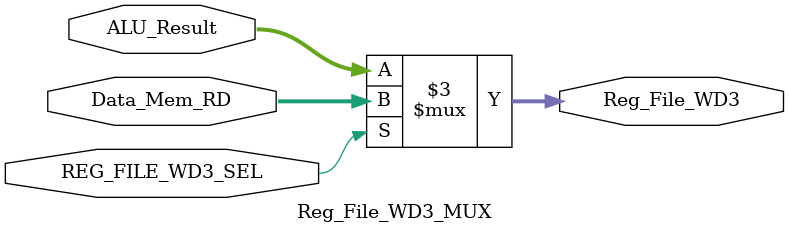
<source format=v>
module Reg_File_WD3_MUX 

#(
	parameter DATA_WIDTH = 32
)
(	
	input								REG_FILE_WD3_SEL,	//MemtoReg
	input 			[DATA_WIDTH-1:0]	Data_Mem_RD,
	input 			[DATA_WIDTH-1:0]	ALU_Result,

	output	reg 	[DATA_WIDTH-1:0]	Reg_File_WD3
);

always @(*) begin 
	
	if (REG_FILE_WD3_SEL) begin // only at lw instruction

		Reg_File_WD3 = Data_Mem_RD;
	end

	else begin // at R-Type instuctions
		Reg_File_WD3 = ALU_Result;
	end
end

endmodule : Reg_File_WD3_MUX
</source>
